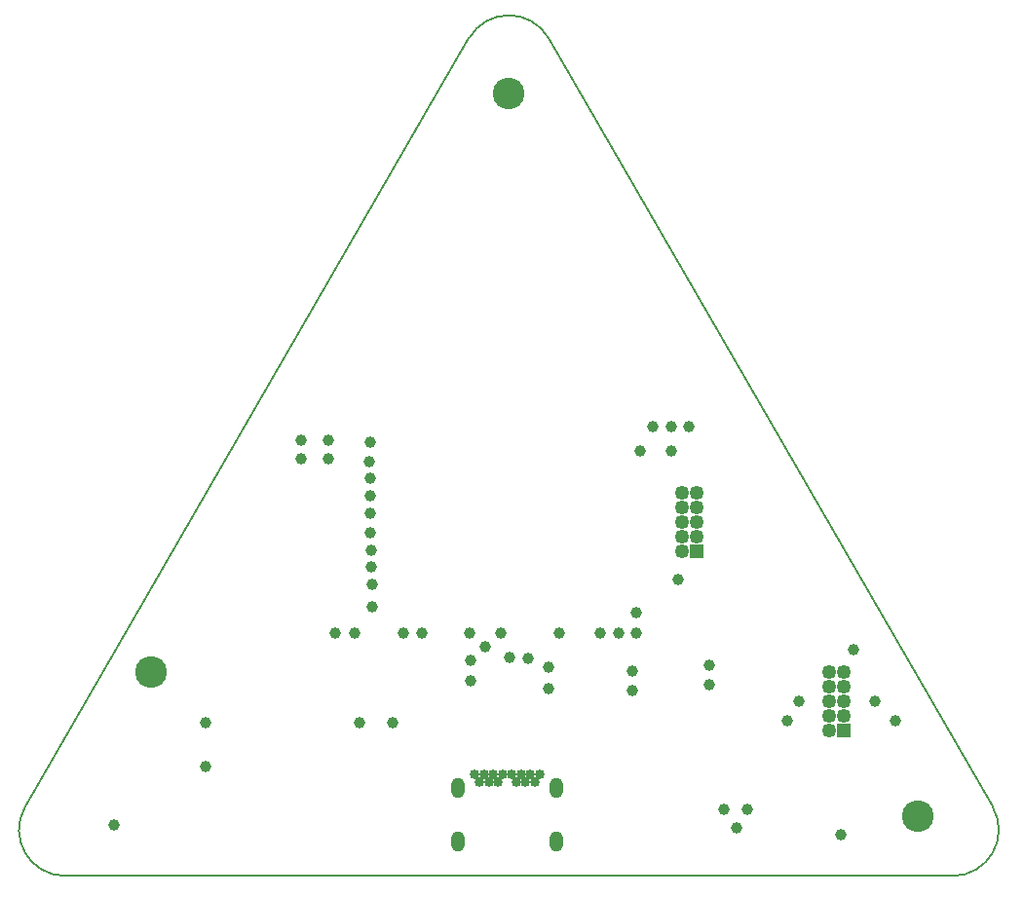
<source format=gbs>
G04*
G04 #@! TF.GenerationSoftware,Altium Limited,Altium Designer,19.0.12 (326)*
G04*
G04 Layer_Color=16711935*
%FSLAX44Y44*%
%MOMM*%
G71*
G01*
G75*
%ADD16C,0.1270*%
%ADD38C,1.0000*%
%ADD84C,2.7432*%
%ADD85R,1.2532X1.2532*%
%ADD86C,1.2532*%
%ADD87O,1.2032X1.8032*%
%ADD88C,0.8532*%
D16*
X-29238Y20553D02*
G03*
X5403Y-39447I34641J-20000D01*
G01*
X425762Y688636D02*
G03*
X356480Y688636I-34641J-20000D01*
G01*
X776839Y-39447D02*
G03*
X811480Y20553I0J40000D01*
G01*
X-29238D02*
X356480Y688636D01*
X425762D02*
X811480Y20553D01*
X434675Y-39447D02*
X776839D01*
X5403D02*
X434675D01*
D38*
X501650Y171704D02*
D03*
X486156D02*
D03*
X501650Y189484D02*
D03*
X470662Y171704D02*
D03*
X127762Y93726D02*
D03*
X290068Y93726D02*
D03*
X240030Y171704D02*
D03*
X257302Y171958D02*
D03*
X577596Y18288D02*
D03*
X597916D02*
D03*
X271780Y229362D02*
D03*
X270256Y291084D02*
D03*
Y275590D02*
D03*
X271018Y258826D02*
D03*
X271272Y243840D02*
D03*
X272034Y213868D02*
D03*
X690372Y156846D02*
D03*
X498792Y138748D02*
D03*
X515874Y350774D02*
D03*
X505206Y329692D02*
D03*
X532638Y350774D02*
D03*
X547116Y351028D02*
D03*
X315468Y171450D02*
D03*
X299720Y171196D02*
D03*
X538226Y218114D02*
D03*
X234188Y322834D02*
D03*
X498792Y121324D02*
D03*
X270002Y320802D02*
D03*
X270256Y305816D02*
D03*
Y337820D02*
D03*
X234188Y338836D02*
D03*
X47760Y4973D02*
D03*
X210312Y322976D02*
D03*
X357632Y148045D02*
D03*
X358140Y130302D02*
D03*
X391414Y150170D02*
D03*
X408178Y149606D02*
D03*
X356870Y171704D02*
D03*
X370470Y159766D02*
D03*
X383794Y171704D02*
D03*
X435102D02*
D03*
X210312Y339598D02*
D03*
X127762Y55372D02*
D03*
X532638Y330200D02*
D03*
X272542Y194310D02*
D03*
X679450Y-3810D02*
D03*
X261112Y93726D02*
D03*
X633222Y95657D02*
D03*
X643382Y112268D02*
D03*
X589280Y2286D02*
D03*
X709422Y112268D02*
D03*
X726948Y94996D02*
D03*
X425952Y123444D02*
D03*
Y141693D02*
D03*
X564896Y143764D02*
D03*
X565238Y127048D02*
D03*
D84*
X80010Y137414D02*
D03*
X746506Y12446D02*
D03*
X391121Y640588D02*
D03*
D85*
X681990Y86868D02*
D03*
X554482Y242824D02*
D03*
D86*
X681990Y99568D02*
D03*
Y112268D02*
D03*
Y124968D02*
D03*
Y137668D02*
D03*
X669290Y86868D02*
D03*
Y99568D02*
D03*
Y112268D02*
D03*
Y124968D02*
D03*
Y137668D02*
D03*
X541782Y293624D02*
D03*
Y280924D02*
D03*
Y268224D02*
D03*
Y255524D02*
D03*
Y242824D02*
D03*
X554482Y293624D02*
D03*
Y280924D02*
D03*
Y268224D02*
D03*
Y255524D02*
D03*
D87*
X346936Y-9968D02*
D03*
Y37332D02*
D03*
X432336Y-9968D02*
D03*
Y37332D02*
D03*
D88*
X361636Y48832D02*
D03*
X381636Y41832D02*
D03*
X365636D02*
D03*
X369636Y48832D02*
D03*
X373636Y41832D02*
D03*
X377636Y48832D02*
D03*
X385636D02*
D03*
X397636Y41832D02*
D03*
X405636D02*
D03*
X393636Y48832D02*
D03*
X401636D02*
D03*
X409636D02*
D03*
X413636Y41832D02*
D03*
X417636Y48832D02*
D03*
M02*

</source>
